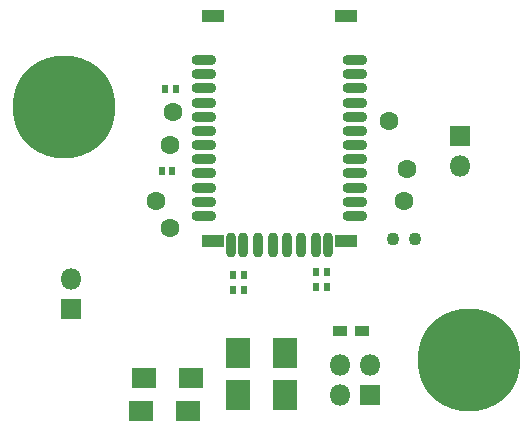
<source format=gbr>
G04 #@! TF.GenerationSoftware,KiCad,Pcbnew,5.0.0*
G04 #@! TF.CreationDate,2018-08-08T08:48:25-04:00*
G04 #@! TF.ProjectId,telegraph,74656C6567726170682E6B696361645F,rev?*
G04 #@! TF.SameCoordinates,Original*
G04 #@! TF.FileFunction,Soldermask,Bot*
G04 #@! TF.FilePolarity,Negative*
%FSLAX46Y46*%
G04 Gerber Fmt 4.6, Leading zero omitted, Abs format (unit mm)*
G04 Created by KiCad (PCBNEW 5.0.0) date Wed Aug  8 08:48:25 2018*
%MOMM*%
%LPD*%
G01*
G04 APERTURE LIST*
%ADD10R,1.301600X0.851600*%
%ADD11R,2.101600X1.701600*%
%ADD12R,2.101600X2.601600*%
%ADD13C,1.101600*%
%ADD14C,1.601600*%
%ADD15C,8.701600*%
%ADD16R,1.901600X1.101600*%
%ADD17O,2.101600X0.901600*%
%ADD18O,0.901600X2.101600*%
%ADD19R,0.501600X0.701600*%
%ADD20R,1.801600X1.801600*%
%ADD21O,1.801600X1.801600*%
G04 APERTURE END LIST*
D10*
G04 #@! TO.C,C16*
X131300000Y-128100000D03*
X133200000Y-128100000D03*
G04 #@! TD*
D11*
G04 #@! TO.C,C9*
X114700000Y-132068000D03*
X118700000Y-132068000D03*
G04 #@! TD*
G04 #@! TO.C,C8*
X118450000Y-134818000D03*
X114450000Y-134818000D03*
G04 #@! TD*
D12*
G04 #@! TO.C,C13*
X126676000Y-129924000D03*
X122676000Y-129924000D03*
G04 #@! TD*
G04 #@! TO.C,C14*
X122676000Y-133480000D03*
X126676000Y-133480000D03*
G04 #@! TD*
D13*
G04 #@! TO.C,Y1*
X135800000Y-120318000D03*
X137700000Y-120318000D03*
G04 #@! TD*
D14*
G04 #@! TO.C,TP6*
X135450000Y-110318000D03*
G04 #@! TD*
G04 #@! TO.C,TP3*
X136950000Y-114318000D03*
G04 #@! TD*
G04 #@! TO.C,TP7*
X116950000Y-112318000D03*
G04 #@! TD*
G04 #@! TO.C,TP5*
X116950000Y-119318000D03*
G04 #@! TD*
G04 #@! TO.C,TP4*
X115700000Y-117068000D03*
G04 #@! TD*
G04 #@! TO.C,TP2*
X136700000Y-117068000D03*
G04 #@! TD*
G04 #@! TO.C,TP1*
X117200000Y-109568000D03*
G04 #@! TD*
D15*
G04 #@! TO.C,MH1*
X107950000Y-109068000D03*
G04 #@! TD*
G04 #@! TO.C,MH2*
X142200000Y-130568000D03*
G04 #@! TD*
D16*
G04 #@! TO.C,U2*
X131800000Y-101428000D03*
X120600000Y-101428000D03*
X120600000Y-120428000D03*
X131800000Y-120428000D03*
D17*
X119800000Y-105128000D03*
X119800000Y-106328000D03*
X119800000Y-107528000D03*
X119800000Y-108728000D03*
X119800000Y-109928000D03*
X119800000Y-111128000D03*
X119800000Y-112328000D03*
X119800000Y-113528000D03*
X119800000Y-114728000D03*
X119800000Y-115928000D03*
X119800000Y-117128000D03*
X119800000Y-118328000D03*
D18*
X122100000Y-120828000D03*
X123100000Y-120828000D03*
X124400000Y-120828000D03*
X125600000Y-120828000D03*
X126800000Y-120828000D03*
X128000000Y-120828000D03*
X129300000Y-120828000D03*
X130300000Y-120828000D03*
D17*
X132600000Y-118328000D03*
X132600000Y-117128000D03*
X132600000Y-115928000D03*
X132600000Y-114728000D03*
X132600000Y-113528000D03*
X132600000Y-112328000D03*
X132600000Y-111128000D03*
X132600000Y-109928000D03*
X132600000Y-108728000D03*
X132600000Y-107528000D03*
X132600000Y-106328000D03*
X132600000Y-105128000D03*
G04 #@! TD*
D19*
G04 #@! TO.C,R8*
X130200000Y-124318000D03*
X129300000Y-124318000D03*
G04 #@! TD*
G04 #@! TO.C,R9*
X122250000Y-124568000D03*
X123150000Y-124568000D03*
G04 #@! TD*
G04 #@! TO.C,R11*
X130200000Y-123068000D03*
X129300000Y-123068000D03*
G04 #@! TD*
G04 #@! TO.C,R12*
X123150000Y-123318000D03*
X122250000Y-123318000D03*
G04 #@! TD*
G04 #@! TO.C,R1*
X116500000Y-107568000D03*
X117400000Y-107568000D03*
G04 #@! TD*
G04 #@! TO.C,R4*
X116200000Y-114568000D03*
X117100000Y-114568000D03*
G04 #@! TD*
D20*
G04 #@! TO.C,SW1*
X141450000Y-111568000D03*
D21*
X141450000Y-114108000D03*
G04 #@! TD*
G04 #@! TO.C,J2*
X108532000Y-123634000D03*
D20*
X108532000Y-126174000D03*
G04 #@! TD*
D21*
G04 #@! TO.C,J1*
X131280000Y-130940000D03*
X131280000Y-133480000D03*
X133820000Y-130940000D03*
D20*
X133820000Y-133480000D03*
G04 #@! TD*
M02*

</source>
